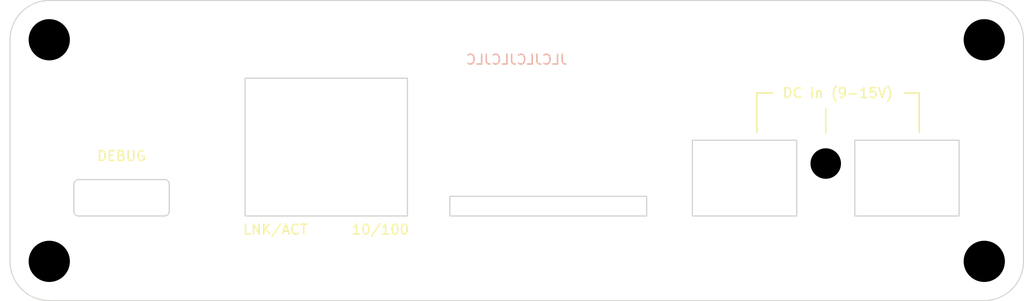
<source format=kicad_pcb>
(kicad_pcb (version 20211014) (generator pcbnew)
  (layers (0 "F.Cu" signal) (31 "B.Cu" signal) (34 "B.Paste" user) (35 "F.Paste" user) (36 "B.SilkS" user "B.Silkscreen") (37 "F.SilkS" user "F.Silkscreen") (38 "B.Mask" user) (39 "F.Mask" user) (44 "Edge.Cuts" user))
  (net 0 "")
  (footprint "Frontpanel:USB-C_C167321" (layer "F.Cu") (at 11.34 21.9)
    (fp_text reference "REF**" hide)
    (fp_text value "USB-C_C167321")
    (fp_line (start 4.35 0) (end -4.350001 -0.000001) (layer "Edge.Cuts") (width 0.12))
    (fp_line (start -4.85 -0.5) (end -4.849999 -3.200001) (layer "Edge.Cuts") (width 0.12))
    (fp_line (start 4.85 -3.2) (end 4.85 -0.5) (layer "Edge.Cuts") (width 0.12))
    (fp_line (start -4.35 -3.7) (end 4.350001 -3.699999) (layer "Edge.Cuts") (width 0.12))
    (fp_arc (start -4.350001 -0.000001) (mid -4.703554 -0.146447) (end -4.85 -0.5) (layer "Edge.Cuts") (width 0.12))
    (fp_arc (start -4.849999 -3.200001) (mid -4.703553 -3.553554) (end -4.35 -3.7) (layer "Edge.Cuts") (width 0.12))
    (fp_arc (start 4.849999 -0.499999) (mid 4.703552 -0.146447) (end 4.35 0) (layer "Edge.Cuts") (width 0.12))
    (fp_arc (start 4.350001 -3.699999) (mid 4.703553 -3.553552) (end 4.85 -3.2) (layer "Edge.Cuts") (width 0.12))
  )
  (footprint "Frontpanel:Connector_RJ45_HR911105A_C12074" (layer "F.Cu") (at 27.7 21.9)
    (fp_text reference "REF**" hide)
    (fp_text value "Connector_RJ45_HR911105A_C12074")
    (fp_rect (start -3.81 0) (end 12.69 -14) (layer "Edge.Cuts") (width 0.12) (fill none))
  )
  (footprint "Frontpanel:BarrelJack_C963204" (layer "F.Cu") (at 91.35 21.9)
    (fp_text reference "REF**" hide)
    (fp_text value "BarrelJack_C963204")
    (fp_rect (start -5.5 0) (end 5.1 -7.7) (layer "Edge.Cuts") (width 0.12) (fill none))
  )
  (footprint "" (layer "F.Cu") (at 99.01 26.51)
    (fp_text reference "" (at 0 0) (layer "F.SilkS") (effects (font (size 1.27 1.27))))
    (fp_text value "" (at 0 0) (layer "F.SilkS") (effects (font (size 1.27 1.27))))
    (pad "" np_thru_hole circle (at 0 0) (size 4.191 4.191) (drill 4.191) (layers *.Mask))
  )
  (footprint "Frontpanel:ESP32_WROOM_32E_C701342" (layer "F.Cu") (at 54.7 21.9)
    (fp_text reference "REF**" hide)
    (fp_text value "ESP32_WROOM_32E_C701342")
    (fp_rect (start -10 0) (end 10 -2) (layer "Edge.Cuts") (width 0.12) (fill none))
  )
  (footprint "" (layer "F.Cu") (at 99.01 3.99)
    (fp_text reference "" (at 0 0) (layer "F.SilkS") (effects (font (size 1.27 1.27))))
    (fp_text value "" (at 0 0) (layer "F.SilkS") (effects (font (size 1.27 1.27))))
    (pad "" np_thru_hole circle (at 0 0) (size 4.191 4.191) (drill 4.191) (layers *.Mask))
  )
  (footprint "Frontpanel:Hole_0.165in" (layer "F.Cu") (at 3.99 26.51)
    (fp_text reference "REF**" hide)
    (fp_text value "Hole_0.165in")
    (pad "" np_thru_hole circle (at 0 0) (size 4.191 4.191) (drill 4.191) (layers *.Mask))
  )
  (footprint "Frontpanel:Hole_0.165in" (layer "F.Cu") (at 3.99 3.99)
    (fp_text reference "REF**" hide)
    (fp_text value "Hole_0.165in")
    (pad "" np_thru_hole circle (at 0 0) (size 4.191 4.191) (drill 4.191) (layers *.Mask))
  )
  (footprint "Frontpanel:BarrelJack_C397334" (layer "F.Cu") (at 74.85 21.9)
    (fp_text reference "REF**" hide)
    (fp_text value "BarrelJack_C397334")
    (fp_rect (start -5.5 0) (end 5.1 -7.7) (layer "Edge.Cuts") (width 0.12) (fill none))
  )
  (footprint "Frontpanel:IndicatorLED_C417352" (layer "F.Cu") (at 82.9 21.65)
    (fp_text reference "REF**" hide)
    (fp_text value "IndicatorLED_C417352")
    (pad "" np_thru_hole circle (at 0 -5.08) (size 3.1 3.1) (drill 3.1) (layers *.Mask))
  )
  (gr_line (start 92.4 13.4) (end 92.4 9.4) (layer "F.SilkS") (width 0.15))
  (gr_line (start 92.4 9.4) (end 90.9 9.4) (layer "F.SilkS") (width 0.15))
  (gr_line (start 82.9 13.4) (end 82.9 11) (layer "F.SilkS") (width 0.15))
  (gr_line (start 75.9 13.4) (end 75.9 9.4) (layer "F.SilkS") (width 0.15))
  (gr_line (start 75.9 9.4) (end 77.5 9.4) (layer "F.SilkS") (width 0.15))
  (gr_arc (start 0 4) (mid 1.171573 1.171573) (end 4 0) (layer "Edge.Cuts") (width 0.1))
  (gr_line (start 0 26.5) (end 0 4) (layer "Edge.Cuts") (width 0.1))
  (gr_line (start 99 0) (end 4 0) (layer "Edge.Cuts") (width 0.1))
  (gr_line (start 99 30.5) (end 4 30.5) (layer "Edge.Cuts") (width 0.1))
  (gr_arc (start 103 26.5) (mid 101.828427 29.328427) (end 99 30.5) (layer "Edge.Cuts") (width 0.1))
  (gr_arc (start 99 0) (mid 101.828427 1.171573) (end 103 4) (layer "Edge.Cuts") (width 0.1))
  (gr_line (start 103 4) (end 103 26.5) (layer "Edge.Cuts") (width 0.1))
  (gr_arc (start 4 30.5) (mid 1.171573 29.328427) (end 0 26.5) (layer "Edge.Cuts") (width 0.1))
  (gr_text "JLCJLCJLCJLC" (at 51.5 6) (layer "B.SilkS") (effects (font (size 1 1)) (justify mirror)))
  (gr_text "LNK/ACT" (at 23.6 23.275) (layer "F.SilkS") (effects (font (size 1 1)) (justify left)))
  (gr_text "DC in (9-15V)" (at 84.125 9.4) (layer "F.SilkS") (effects (font (size 1 1))))
  (gr_text "DEBUG" (at 11.34 15.8) (layer "F.SilkS") (effects (font (size 1 1))))
  (gr_text "10/100" (at 40.65 23.275) (layer "F.SilkS") (effects (font (size 1 1)) (justify right)))
)
</source>
